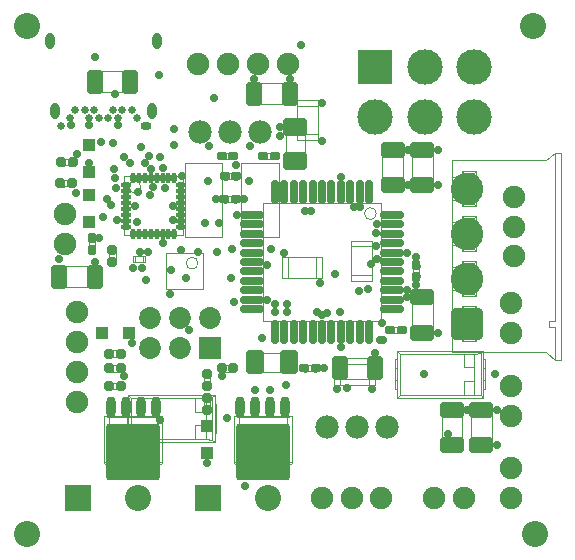
<source format=gts>
G04 Layer_Color=8388736*
%FSLAX44Y44*%
%MOMM*%
G71*
G01*
G75*
%ADD32C,0.0500*%
%ADD33C,0.1000*%
%ADD39O,0.8000X1.4000*%
%ADD40C,0.6500*%
%ADD41O,0.9500X0.6500*%
G04:AMPARAMS|DCode=76|XSize=2.0032mm|YSize=1.3532mm|CornerRadius=0.2454mm|HoleSize=0mm|Usage=FLASHONLY|Rotation=0.000|XOffset=0mm|YOffset=0mm|HoleType=Round|Shape=RoundedRectangle|*
%AMROUNDEDRECTD76*
21,1,2.0032,0.8625,0,0,0.0*
21,1,1.5125,1.3532,0,0,0.0*
1,1,0.4907,0.7562,-0.4313*
1,1,0.4907,-0.7562,-0.4313*
1,1,0.4907,-0.7562,0.4313*
1,1,0.4907,0.7562,0.4313*
%
%ADD76ROUNDEDRECTD76*%
%ADD77O,0.9532X0.4532*%
%ADD78O,0.4532X0.9532*%
G04:AMPARAMS|DCode=79|XSize=0.8032mm|YSize=0.8032mm|CornerRadius=0.1616mm|HoleSize=0mm|Usage=FLASHONLY|Rotation=90.000|XOffset=0mm|YOffset=0mm|HoleType=Round|Shape=RoundedRectangle|*
%AMROUNDEDRECTD79*
21,1,0.8032,0.4800,0,0,90.0*
21,1,0.4800,0.8032,0,0,90.0*
1,1,0.3232,0.2400,0.2400*
1,1,0.3232,0.2400,-0.2400*
1,1,0.3232,-0.2400,-0.2400*
1,1,0.3232,-0.2400,0.2400*
%
%ADD79ROUNDEDRECTD79*%
G04:AMPARAMS|DCode=80|XSize=2.0032mm|YSize=1.3532mm|CornerRadius=0.2454mm|HoleSize=0mm|Usage=FLASHONLY|Rotation=90.000|XOffset=0mm|YOffset=0mm|HoleType=Round|Shape=RoundedRectangle|*
%AMROUNDEDRECTD80*
21,1,2.0032,0.8625,0,0,90.0*
21,1,1.5125,1.3532,0,0,90.0*
1,1,0.4907,0.4313,0.7562*
1,1,0.4907,0.4313,-0.7562*
1,1,0.4907,-0.4313,-0.7562*
1,1,0.4907,-0.4313,0.7562*
%
%ADD80ROUNDEDRECTD80*%
%ADD81R,1.1032X1.1032*%
%ADD82O,2.0532X0.7532*%
%ADD83O,0.7532X2.0532*%
G04:AMPARAMS|DCode=84|XSize=0.7032mm|YSize=0.8032mm|CornerRadius=0.1516mm|HoleSize=0mm|Usage=FLASHONLY|Rotation=180.000|XOffset=0mm|YOffset=0mm|HoleType=Round|Shape=RoundedRectangle|*
%AMROUNDEDRECTD84*
21,1,0.7032,0.5000,0,0,180.0*
21,1,0.4000,0.8032,0,0,180.0*
1,1,0.3032,-0.2000,0.2500*
1,1,0.3032,0.2000,0.2500*
1,1,0.3032,0.2000,-0.2500*
1,1,0.3032,-0.2000,-0.2500*
%
%ADD84ROUNDEDRECTD84*%
%ADD85R,1.1032X1.1032*%
G04:AMPARAMS|DCode=86|XSize=4.8032mm|YSize=4.6032mm|CornerRadius=0.3216mm|HoleSize=0mm|Usage=FLASHONLY|Rotation=270.000|XOffset=0mm|YOffset=0mm|HoleType=Round|Shape=RoundedRectangle|*
%AMROUNDEDRECTD86*
21,1,4.8032,3.9600,0,0,270.0*
21,1,4.1600,4.6032,0,0,270.0*
1,1,0.6432,-1.9800,-2.0800*
1,1,0.6432,-1.9800,2.0800*
1,1,0.6432,1.9800,2.0800*
1,1,0.6432,1.9800,-2.0800*
%
%ADD86ROUNDEDRECTD86*%
%ADD87O,0.8032X1.8032*%
G04:AMPARAMS|DCode=88|XSize=0.8032mm|YSize=0.8032mm|CornerRadius=0.1616mm|HoleSize=0mm|Usage=FLASHONLY|Rotation=180.000|XOffset=0mm|YOffset=0mm|HoleType=Round|Shape=RoundedRectangle|*
%AMROUNDEDRECTD88*
21,1,0.8032,0.4800,0,0,180.0*
21,1,0.4800,0.8032,0,0,180.0*
1,1,0.3232,-0.2400,0.2400*
1,1,0.3232,0.2400,0.2400*
1,1,0.3232,0.2400,-0.2400*
1,1,0.3232,-0.2400,-0.2400*
%
%ADD88ROUNDEDRECTD88*%
G04:AMPARAMS|DCode=89|XSize=2.0032mm|YSize=1.5032mm|CornerRadius=0.2641mm|HoleSize=0mm|Usage=FLASHONLY|Rotation=180.000|XOffset=0mm|YOffset=0mm|HoleType=Round|Shape=RoundedRectangle|*
%AMROUNDEDRECTD89*
21,1,2.0032,0.9750,0,0,180.0*
21,1,1.4750,1.5032,0,0,180.0*
1,1,0.5282,-0.7375,0.4875*
1,1,0.5282,0.7375,0.4875*
1,1,0.5282,0.7375,-0.4875*
1,1,0.5282,-0.7375,-0.4875*
%
%ADD89ROUNDEDRECTD89*%
G04:AMPARAMS|DCode=90|XSize=0.7032mm|YSize=0.8032mm|CornerRadius=0.1516mm|HoleSize=0mm|Usage=FLASHONLY|Rotation=270.000|XOffset=0mm|YOffset=0mm|HoleType=Round|Shape=RoundedRectangle|*
%AMROUNDEDRECTD90*
21,1,0.7032,0.5000,0,0,270.0*
21,1,0.4000,0.8032,0,0,270.0*
1,1,0.3032,-0.2500,-0.2000*
1,1,0.3032,-0.2500,0.2000*
1,1,0.3032,0.2500,0.2000*
1,1,0.3032,0.2500,-0.2000*
%
%ADD90ROUNDEDRECTD90*%
G04:AMPARAMS|DCode=91|XSize=2.0032mm|YSize=1.5032mm|CornerRadius=0.2641mm|HoleSize=0mm|Usage=FLASHONLY|Rotation=270.000|XOffset=0mm|YOffset=0mm|HoleType=Round|Shape=RoundedRectangle|*
%AMROUNDEDRECTD91*
21,1,2.0032,0.9750,0,0,270.0*
21,1,1.4750,1.5032,0,0,270.0*
1,1,0.5282,-0.4875,-0.7375*
1,1,0.5282,-0.4875,0.7375*
1,1,0.5282,0.4875,0.7375*
1,1,0.5282,0.4875,-0.7375*
%
%ADD91ROUNDEDRECTD91*%
%ADD92C,1.9812*%
%ADD93C,1.9032*%
%ADD94C,2.7432*%
G04:AMPARAMS|DCode=95|XSize=2.7432mm|YSize=2.7432mm|CornerRadius=0.4191mm|HoleSize=0mm|Usage=FLASHONLY|Rotation=0.000|XOffset=0mm|YOffset=0mm|HoleType=Round|Shape=RoundedRectangle|*
%AMROUNDEDRECTD95*
21,1,2.7432,1.9050,0,0,0.0*
21,1,1.9050,2.7432,0,0,0.0*
1,1,0.8382,0.9525,-0.9525*
1,1,0.8382,-0.9525,-0.9525*
1,1,0.8382,-0.9525,0.9525*
1,1,0.8382,0.9525,0.9525*
%
%ADD95ROUNDEDRECTD95*%
%ADD96C,2.2032*%
%ADD97C,1.8542*%
%ADD98R,1.8542X1.8542*%
%ADD99C,2.2032*%
%ADD100R,2.2032X2.2032*%
%ADD101R,3.0032X3.0032*%
%ADD102C,3.0032*%
%ADD103C,0.7112*%
D32*
X610500Y1084450D02*
G03*
X608400Y1086550I-2100J0D01*
G01*
Y1063450D02*
G03*
X610500Y1065550I0J2100D01*
G01*
Y1122550D02*
G03*
X608400Y1124650I-2100J0D01*
G01*
X610500Y1008250D02*
G03*
X608400Y1010350I-2100J0D01*
G01*
X610500Y1046350D02*
G03*
X608400Y1048450I-2100J0D01*
G01*
Y1101550D02*
G03*
X610500Y1103650I0J2100D01*
G01*
X608400Y1139650D02*
G03*
X610500Y1141750I0J2100D01*
G01*
X608400Y1025350D02*
G03*
X610500Y1027450I0J2100D01*
G01*
X458377Y920000D02*
G03*
X458377Y920000I-3377J0D01*
G01*
X348377D02*
G03*
X348377Y920000I-3377J0D01*
G01*
X457000Y901000D02*
Y919000D01*
X452000Y901000D02*
Y919000D01*
X457000D01*
X452000Y901000D02*
X457000D01*
X423000D02*
Y919000D01*
X428000Y901000D02*
Y919000D01*
X423000D02*
X428000D01*
X423000Y901000D02*
X428000D01*
Y918800D02*
X452000D01*
X428000Y901200D02*
X452000D01*
X552000Y962500D02*
X553500D01*
X552000Y970000D02*
X553500D01*
X626500Y962500D02*
X628000D01*
X626500Y970000D02*
X628000D01*
X552000Y962500D02*
Y987500D01*
X553500D01*
X552000Y980000D02*
X553500D01*
X628000Y962500D02*
Y987500D01*
X626500D02*
X628000D01*
X626500Y980000D02*
X628000D01*
X626700Y970000D02*
Y980000D01*
X553300Y970000D02*
Y980000D01*
X553500Y994750D02*
X555990Y992260D01*
X553500Y955250D02*
Y994750D01*
Y955250D02*
X555990Y957739D01*
Y992260D01*
X610010Y992267D02*
X619068D01*
X624706Y992956D01*
X626500Y994750D01*
X553500D02*
X626500D01*
X555990Y992260D02*
X610010Y992267D01*
Y980753D02*
Y992267D01*
X555990Y957739D02*
X610010Y957732D01*
X553500Y955250D02*
X626500D01*
X624706Y957044D02*
X626500Y955250D01*
X619068Y957732D02*
X624706Y957044D01*
X610010Y957732D02*
X619068D01*
X610010D02*
Y969247D01*
X619011D02*
Y980753D01*
X610010Y969247D02*
X619068D01*
X610010Y980753D02*
X619068D01*
Y957732D02*
Y969247D01*
X624706Y957044D02*
Y992956D01*
X619068Y980753D02*
Y992267D01*
X626500Y955250D02*
Y994750D01*
X618500Y1119150D02*
Y1145150D01*
X600500Y1025350D02*
X608400D01*
X600500Y1063450D02*
X608400D01*
X610500Y1119150D02*
X618500D01*
X620600Y1117050D01*
X600500Y1124650D02*
X608400D01*
X610500Y1107050D02*
X618500D01*
X610500Y1103650D02*
Y1107050D01*
X608400Y1109150D02*
X610500Y1107050D01*
Y1004850D02*
X618500D01*
X600500Y1101550D02*
X608400D01*
X610500Y1042950D02*
X618500D01*
X600500Y1010350D02*
X608400D01*
X600500Y1139650D02*
X608400D01*
X618500Y1004850D02*
Y1030850D01*
Y1004850D02*
X620600Y1002750D01*
X618500Y1081050D02*
Y1107050D01*
X620600Y1109150D01*
X610500Y1030850D02*
X618500D01*
X620600Y1032950D01*
X610500Y1027450D02*
Y1030850D01*
X608400Y1032950D02*
X610500Y1030850D01*
Y1119150D02*
Y1122550D01*
X608400Y1117050D02*
X610500Y1119150D01*
X618500Y1042950D02*
Y1068950D01*
Y1042950D02*
X620600Y1040850D01*
X600500Y1048450D02*
X608400D01*
X610500Y1004850D02*
Y1008250D01*
X608400Y1002750D02*
X610500Y1004850D01*
Y1141750D02*
Y1145150D01*
X600500Y1086550D02*
X608400D01*
X610500Y1042950D02*
Y1046350D01*
X608400Y1040850D02*
X610500Y1042950D01*
Y1081050D02*
Y1084450D01*
Y1081050D02*
X618500D01*
X608400Y1078950D02*
X610500Y1081050D01*
X618500D02*
X620600Y1078950D01*
X610500Y1068950D02*
X618500D01*
X620600Y1071050D01*
X610500Y1065550D02*
Y1068950D01*
X608400Y1071050D02*
X610500Y1068950D01*
X608400Y1002750D02*
X620600D01*
X600500Y993750D02*
Y1156250D01*
Y993750D02*
X679500D01*
X687500Y987350D01*
X679500Y1156250D02*
X687500Y1162650D01*
X600500Y1156250D02*
X679500D01*
X620600Y1117050D02*
Y1147250D01*
X608400Y1117050D02*
X620600D01*
X608400Y1109150D02*
X620600D01*
Y1078950D02*
Y1109150D01*
X608400Y1078950D02*
X620600D01*
X608400Y1071050D02*
X620600D01*
Y1040850D02*
Y1071050D01*
X608400Y1040850D02*
X620600D01*
X608400Y1032950D02*
X620600D01*
Y1002750D02*
Y1032950D01*
X610500Y1145150D02*
X618500D01*
X620600Y1147250D01*
X608400D02*
X620600D01*
X608400D02*
X610500Y1145150D01*
X608400Y1078950D02*
Y1086550D01*
X600500Y1084450D02*
X610500D01*
X600500Y1065550D02*
X610500D01*
X608400Y1063450D02*
Y1071050D01*
Y1117050D02*
Y1124650D01*
X600500Y1122550D02*
X610500D01*
X608400Y1002750D02*
Y1010350D01*
X600500Y1008250D02*
X610500D01*
X608400Y1040850D02*
Y1048450D01*
X600500Y1046350D02*
X610500D01*
X600500Y1103650D02*
X610500D01*
X608400Y1101550D02*
Y1109150D01*
X600500Y1141750D02*
X610500D01*
X608400Y1139650D02*
Y1147250D01*
X600500Y1027450D02*
X610500D01*
X608400Y1025350D02*
Y1032950D01*
X692500Y987350D02*
Y1162650D01*
X687500Y1020350D02*
Y1162650D01*
X692500D01*
X682500Y1015350D02*
Y1020350D01*
Y1015350D02*
X687500D01*
Y987350D02*
Y1015350D01*
Y987350D02*
X692500D01*
X682500Y1020350D02*
X687500D01*
X566000Y1133000D02*
X584000D01*
X566000Y1138000D02*
X584000D01*
X566000Y1133000D02*
Y1138000D01*
X584000Y1133000D02*
Y1138000D01*
X566000Y1167000D02*
X584000D01*
X566000Y1162000D02*
X584000D01*
X566000D02*
Y1167000D01*
X584000Y1162000D02*
Y1167000D01*
X566200Y1138000D02*
Y1162000D01*
X583801Y1138000D02*
Y1162000D01*
X317250Y995250D02*
X320250D01*
Y989750D02*
Y995250D01*
X317250Y989750D02*
Y995250D01*
Y989750D02*
X320250D01*
X309750Y995250D02*
X312750D01*
Y989750D02*
Y995250D01*
X309750Y989750D02*
X312750D01*
X309750D02*
Y995250D01*
X312750Y989760D02*
X317250D01*
X312750D02*
X317250Y989765D01*
X312750Y995236D02*
X317250Y995240D01*
X312750Y995236D02*
X317250Y995240D01*
X537000Y971000D02*
Y989000D01*
X532000Y971000D02*
Y989000D01*
Y971000D02*
X537000D01*
X532000Y989000D02*
X537000D01*
X503000Y971000D02*
Y989000D01*
X508000Y971000D02*
Y989000D01*
X503000Y971000D02*
X508000D01*
X503000Y989000D02*
X508000D01*
Y971200D02*
X532000D01*
X508000Y988800D02*
X532000D01*
X514240Y1054118D02*
X532240D01*
X514240Y1059118D02*
X532240D01*
Y1054118D02*
Y1059118D01*
X514240Y1054118D02*
Y1059118D01*
Y1088118D02*
X532240D01*
X514240Y1083118D02*
X532240D01*
Y1088118D01*
X514240Y1083118D02*
Y1088118D01*
X532040Y1059118D02*
Y1083118D01*
X514440Y1059118D02*
Y1083118D01*
X468500Y1207000D02*
X486500D01*
X468500Y1202000D02*
X486500D01*
X468500D02*
Y1207000D01*
X486500Y1202000D02*
Y1207000D01*
X468500Y1173000D02*
X486500D01*
X468500Y1178000D02*
X486500D01*
X468500Y1173000D02*
Y1178000D01*
X486500Y1173000D02*
Y1178000D01*
X468700D02*
Y1202000D01*
X486300Y1178000D02*
Y1202000D01*
X329750Y1069750D02*
Y1075250D01*
X331750Y1069750D02*
Y1075250D01*
X329750Y1069750D02*
X331750D01*
X329750Y1075250D02*
X331750D01*
X338250Y1069750D02*
X340250D01*
X338250Y1075250D02*
X340250D01*
Y1069750D02*
Y1075250D01*
X338250Y1069750D02*
Y1075250D01*
X331750Y1069950D02*
X338250D01*
X331750Y1075050D02*
X338250D01*
X292250Y1090250D02*
X297750D01*
X292250Y1088250D02*
X297750D01*
Y1090250D01*
X292250Y1088250D02*
Y1090250D01*
X297750Y1079750D02*
Y1081750D01*
X292250Y1079750D02*
Y1081750D01*
Y1079750D02*
X297750D01*
X292250Y1081750D02*
X297750D01*
X297550D02*
Y1088250D01*
X292451Y1081750D02*
Y1088250D01*
X500500Y966000D02*
Y984000D01*
X505500Y966000D02*
Y984000D01*
X500500Y966000D02*
X505500D01*
X500500Y984000D02*
X505500D01*
X534500Y966000D02*
Y984000D01*
X529500Y966000D02*
Y984000D01*
Y966000D02*
X534500D01*
X529500Y984000D02*
X534500D01*
X505500Y966200D02*
X529500D01*
X505500Y983800D02*
X529500D01*
X271562Y1157165D02*
X276062Y1157170D01*
X271562Y1157165D02*
X276062Y1157170D01*
X271562Y1151690D02*
X276062Y1151695D01*
X271562Y1151690D02*
X276062D01*
X268562Y1151680D02*
Y1157180D01*
Y1151680D02*
X271562D01*
Y1157180D01*
X268562D02*
X271562D01*
X276062Y1151680D02*
X279062D01*
X276062D02*
Y1157180D01*
X279062Y1151680D02*
Y1157180D01*
X276062D02*
X279062D01*
X430500Y1203500D02*
Y1221500D01*
X435500Y1203500D02*
Y1221500D01*
X430500D02*
X435500D01*
X430500Y1203500D02*
X435500D01*
X464500D02*
Y1221500D01*
X459500Y1203500D02*
Y1221500D01*
X464500D01*
X459500Y1203500D02*
X464500D01*
X435500Y1221300D02*
X459500D01*
X435500Y1203700D02*
X459500D01*
X460031Y901425D02*
Y938575D01*
X464500Y939372D01*
Y900075D02*
Y939500D01*
X460031Y901425D02*
X464500Y900628D01*
X415500Y900075D02*
X416425Y899150D01*
X415500Y900075D02*
Y939500D01*
Y900628D02*
X419969Y901425D01*
X460031D01*
X463575Y899150D02*
X464500Y900075D01*
X454000Y899150D02*
X463575D01*
X446000Y899724D02*
X454000D01*
X434000Y899150D02*
X446000D01*
X426000Y899724D02*
X434000D01*
X416425Y899150D02*
X426000D01*
X415500Y939372D02*
X419969Y938575D01*
Y901425D02*
Y938575D01*
X415500Y939500D02*
X464500D01*
X419969Y938575D02*
X460031D01*
X418850Y942166D02*
X423050D01*
X418850Y945064D02*
X423050D01*
Y939500D02*
Y950000D01*
X418850Y939500D02*
Y950000D01*
X431550Y942166D02*
X435750D01*
X431550Y939500D02*
Y950000D01*
Y945064D02*
X435750D01*
Y939500D02*
Y950000D01*
X444250Y942166D02*
X448450D01*
X444250Y945064D02*
X448450D01*
X444250Y939500D02*
Y950000D01*
X448450Y939500D02*
Y950000D01*
X456950Y942166D02*
X461150D01*
X456950Y945064D02*
X461150D01*
Y939500D02*
Y950000D01*
X456950Y939500D02*
Y950000D01*
X418850Y945432D02*
X423050D01*
X431550D02*
X435750D01*
X444250D02*
X448450D01*
X456950D02*
X461150D01*
X418850Y946311D02*
X423050D01*
X431550D02*
X435750D01*
X444250D02*
X448450D01*
X456950D02*
X461150D01*
X434000Y899000D02*
Y899724D01*
Y899000D02*
X446000D01*
Y899724D01*
X454000Y897000D02*
Y899724D01*
Y897000D02*
X461000D01*
Y894500D02*
Y897000D01*
X456500Y890000D02*
X461000Y894500D01*
X423500Y890000D02*
X456500D01*
X419000Y894500D02*
X423500Y890000D01*
X419000Y894500D02*
Y897000D01*
X426000D02*
Y899724D01*
X419000Y897000D02*
X426000D01*
X418850Y950000D02*
X423050D01*
X431550D02*
X435750D01*
X444250D02*
X448450D01*
X456950D02*
X461150D01*
X350031Y901425D02*
Y938575D01*
X354500Y939372D01*
Y900075D02*
Y939500D01*
X350031Y901425D02*
X354500Y900628D01*
X305500Y900075D02*
X306425Y899150D01*
X305500Y900075D02*
Y939500D01*
Y900628D02*
X309969Y901425D01*
X350031D01*
X353576Y899150D02*
X354500Y900075D01*
X344000Y899150D02*
X353576D01*
X336000Y899724D02*
X344000D01*
X324000Y899150D02*
X336000D01*
X316000Y899724D02*
X324000D01*
X306425Y899150D02*
X316000D01*
X305500Y939372D02*
X309969Y938575D01*
Y901425D02*
Y938575D01*
X305500Y939500D02*
X354500D01*
X309969Y938575D02*
X350031D01*
X308850Y942166D02*
X313050D01*
X308850Y945064D02*
X313050D01*
Y939500D02*
Y950000D01*
X308850Y939500D02*
Y950000D01*
X321550Y942166D02*
X325750D01*
X321550Y939500D02*
Y950000D01*
Y945064D02*
X325750D01*
Y939500D02*
Y950000D01*
X334250Y942166D02*
X338450D01*
X334250Y945064D02*
X338450D01*
X334250Y939500D02*
Y950000D01*
X338450Y939500D02*
Y950000D01*
X346950Y942166D02*
X351150D01*
X346950Y945064D02*
X351150D01*
Y939500D02*
Y950000D01*
X346950Y939500D02*
Y950000D01*
X308850Y945432D02*
X313050D01*
X321550D02*
X325750D01*
X334250D02*
X338450D01*
X346950D02*
X351150D01*
X308850Y946311D02*
X313050D01*
X321550D02*
X325750D01*
X334250D02*
X338450D01*
X346950D02*
X351150D01*
X324000Y899000D02*
Y899724D01*
Y899000D02*
X336000D01*
Y899724D01*
X344000Y897000D02*
Y899724D01*
Y897000D02*
X351000D01*
Y894500D02*
Y897000D01*
X346500Y890000D02*
X351000Y894500D01*
X313500Y890000D02*
X346500D01*
X309000Y894500D02*
X313500Y890000D01*
X309000Y894500D02*
Y897000D01*
X316000D02*
Y899724D01*
X309000Y897000D02*
X316000D01*
X308850Y950000D02*
X313050D01*
X321550D02*
X325750D01*
X334250D02*
X338450D01*
X346950D02*
X351150D01*
X616000Y947000D02*
X634000D01*
X616000Y942000D02*
X634000D01*
Y947000D01*
X616000Y942000D02*
Y947000D01*
Y913000D02*
X634000D01*
X616000Y918000D02*
X634000D01*
Y913000D02*
Y918000D01*
X616000Y913000D02*
Y918000D01*
X633800D02*
Y942000D01*
X616200Y918000D02*
Y942000D01*
X591000Y947000D02*
X609000D01*
X591000Y942000D02*
X609000D01*
Y947000D01*
X591000Y942000D02*
Y947000D01*
Y913000D02*
X609000D01*
X591000Y918000D02*
X609000D01*
Y913000D02*
Y918000D01*
X591000Y913000D02*
Y918000D01*
X608800D02*
Y942000D01*
X591200Y918000D02*
Y942000D01*
X295500Y1213500D02*
Y1231500D01*
X300500Y1213500D02*
Y1231500D01*
X295500D02*
X300500D01*
X295500Y1213500D02*
X300500D01*
X329500D02*
Y1231500D01*
X324500Y1213500D02*
Y1231500D01*
X329500D01*
X324500Y1213500D02*
X329500D01*
X300500Y1231300D02*
X324500D01*
X300500Y1213700D02*
X324500D01*
X541000Y1167000D02*
X559000D01*
X541000Y1162000D02*
X559000D01*
Y1167000D01*
X541000Y1162000D02*
Y1167000D01*
Y1133000D02*
X559000D01*
X541000Y1138000D02*
X559000D01*
Y1133000D02*
Y1138000D01*
X541000Y1133000D02*
Y1138000D01*
X558800D02*
Y1162000D01*
X541200Y1138000D02*
Y1162000D01*
X271308Y1139385D02*
X275808Y1139390D01*
X271308Y1139385D02*
X275808Y1139390D01*
X271308Y1133910D02*
X275808Y1133915D01*
X271308Y1133910D02*
X275808D01*
X268308Y1133900D02*
Y1139400D01*
Y1133900D02*
X271308D01*
Y1139400D01*
X268308D02*
X271308D01*
X275808Y1133900D02*
X278808D01*
X275808D02*
Y1139400D01*
X278808Y1133900D02*
Y1139400D01*
X275808D02*
X278808D01*
X389750Y972250D02*
Y975250D01*
X395250D01*
X389750Y972250D02*
X395250D01*
Y975250D01*
X389750Y964750D02*
Y967750D01*
X395250D01*
Y964750D02*
Y967750D01*
X389750Y964750D02*
X395250D01*
X395240Y967750D02*
Y972250D01*
X395235D02*
X395240Y967750D01*
X389760Y972250D02*
X389765Y967750D01*
X389760Y972250D02*
X389765Y967750D01*
X404750Y977250D02*
X407750D01*
X404750D02*
Y982750D01*
X407750Y977250D02*
Y982750D01*
X404750D02*
X407750D01*
X412250Y977250D02*
X415250D01*
X412250D02*
Y982750D01*
X415250D01*
Y977250D02*
Y982750D01*
X407750Y982740D02*
X412250D01*
X407750Y982735D02*
X412250Y982740D01*
X407750Y977260D02*
X412250Y977265D01*
X407750Y977260D02*
X412250Y977265D01*
X395250Y944750D02*
Y947750D01*
X389750Y944750D02*
X395250D01*
X389750Y947750D02*
X395250D01*
X389750Y944750D02*
Y947750D01*
X395250Y952250D02*
Y955250D01*
X389750Y952250D02*
X395250D01*
X389750D02*
Y955250D01*
X395250D01*
X389760Y947750D02*
Y952250D01*
X389765Y947750D01*
X395235Y952250D02*
X395240Y947750D01*
X395235Y952250D02*
X395240Y947750D01*
X459260Y1180251D02*
X459264Y1159750D01*
X459260Y1180251D02*
X459264Y1159750D01*
X475735Y1180251D02*
X475740Y1159750D01*
Y1180251D01*
X459250Y1153750D02*
X475750D01*
Y1159750D01*
X459250D02*
X475750D01*
X459250Y1153750D02*
Y1159750D01*
X475750Y1180251D02*
Y1186251D01*
X459250Y1180251D02*
X475750D01*
X459250Y1186251D02*
X475750D01*
X459250Y1180251D02*
Y1186251D01*
X317250Y982750D02*
X320250D01*
Y977250D02*
Y982750D01*
X317250Y977250D02*
Y982750D01*
Y977250D02*
X320250D01*
X309750Y982750D02*
X312750D01*
Y977250D02*
Y982750D01*
X309750Y977250D02*
X312750D01*
X309750D02*
Y982750D01*
X312750Y977260D02*
X317250D01*
X312750D02*
X317250Y977265D01*
X312750Y982735D02*
X317250Y982740D01*
X312750Y982735D02*
X317250Y982740D01*
X309750Y962250D02*
X312750D01*
X309750D02*
Y967750D01*
X312750Y962250D02*
Y967750D01*
X309750D02*
X312750D01*
X317250Y962250D02*
X320250D01*
X317250D02*
Y967750D01*
X320250D01*
Y962250D02*
Y967750D01*
X312750Y967740D02*
X317250D01*
X312750Y967735D02*
X317250Y967740D01*
X312750Y962260D02*
X317250Y962265D01*
X312750Y962260D02*
X317250Y962265D01*
X474750Y977250D02*
Y982750D01*
X476750Y977250D02*
Y982750D01*
X474750D02*
X476750D01*
X474750Y977250D02*
X476750D01*
X483250Y982750D02*
X485250D01*
X483250Y977250D02*
X485250D01*
Y982750D01*
X483250Y977250D02*
Y982750D01*
X476750Y982550D02*
X483250D01*
X476750Y977450D02*
X483250D01*
X567250Y1067750D02*
X572750D01*
X567250Y1065750D02*
X572750D01*
Y1067750D01*
X567250Y1065750D02*
Y1067750D01*
X572750Y1057250D02*
Y1059250D01*
X567250Y1057250D02*
Y1059250D01*
Y1057250D02*
X572750D01*
X567250Y1059250D02*
X572750D01*
X572550D02*
Y1065750D01*
X567450Y1059250D02*
Y1065750D01*
X450249Y1157250D02*
Y1162750D01*
X448250Y1157250D02*
Y1162750D01*
Y1157250D02*
X450249D01*
X448250Y1162750D02*
X450249D01*
X439750Y1157250D02*
X441750D01*
X439750Y1162750D02*
X441750D01*
X439750Y1157250D02*
Y1162750D01*
X441750Y1157250D02*
Y1162750D01*
Y1157450D02*
X448250D01*
X441750Y1162550D02*
X448250D01*
X437250Y976760D02*
X457750Y976765D01*
X437250Y976760D02*
X457750Y976765D01*
X437250Y993235D02*
X457750Y993240D01*
X437250D02*
X457750D01*
X463750Y976750D02*
Y993250D01*
X457750D02*
X463750D01*
X457750Y976750D02*
Y993250D01*
Y976750D02*
X463750D01*
X431250Y993250D02*
X437250D01*
Y976750D02*
Y993250D01*
X431250Y976750D02*
Y993250D01*
Y976750D02*
X437250D01*
X404750Y1157250D02*
Y1162750D01*
X406750Y1157250D02*
Y1162750D01*
X404750D02*
X406750D01*
X404750Y1157250D02*
X406750D01*
X413250Y1162750D02*
X415250D01*
X413250Y1157250D02*
X415250D01*
Y1162750D01*
X413250Y1157250D02*
Y1162750D01*
X406750Y1162550D02*
X413250D01*
X406750Y1157450D02*
X413250D01*
X407250Y1139750D02*
Y1145250D01*
X409250Y1139750D02*
Y1145250D01*
X407250D02*
X409250D01*
X407250Y1139750D02*
X409250D01*
X415750Y1145250D02*
X417750D01*
X415750Y1139750D02*
X417750D01*
Y1145250D01*
X415750Y1139750D02*
Y1145250D01*
X409250Y1145050D02*
X415750D01*
X409250Y1139950D02*
X415750D01*
X406992Y1120184D02*
Y1125684D01*
X408992Y1120184D02*
Y1125684D01*
X406992D02*
X408992D01*
X406992Y1120184D02*
X408992D01*
X415492Y1125684D02*
X417492D01*
X415492Y1120184D02*
X417492D01*
Y1125684D01*
X415492Y1120184D02*
Y1125684D01*
X408992Y1125484D02*
X415492D01*
X408992Y1120384D02*
X415492D01*
X309760Y1077250D02*
X309765Y1072750D01*
X309760Y1077250D02*
X309765Y1072750D01*
X315235Y1077250D02*
X315240Y1072750D01*
Y1077250D01*
X309749Y1069750D02*
X315250D01*
Y1072750D01*
X309749D02*
X315250D01*
X309749Y1069750D02*
Y1072750D01*
X315250Y1077250D02*
Y1080250D01*
X309749Y1077250D02*
X315250D01*
X309749Y1080250D02*
X315250D01*
X309749Y1077250D02*
Y1080250D01*
X547250Y1009750D02*
Y1015250D01*
X549250Y1009750D02*
Y1015250D01*
X547250D02*
X549250D01*
X547250Y1009750D02*
X549250D01*
X555751Y1015250D02*
X557751D01*
X555751Y1009750D02*
X557751D01*
Y1015250D01*
X555751Y1009750D02*
Y1015250D01*
X549250Y1015050D02*
X555751D01*
X549250Y1009950D02*
X555751D01*
X324500Y925000D02*
X326000D01*
X324500Y932500D02*
X326000D01*
X399000Y925000D02*
X400500D01*
X399000Y932500D02*
X400500D01*
X324500Y925000D02*
Y950000D01*
X326000D01*
X324500Y942500D02*
X326000D01*
X400500Y925000D02*
Y950000D01*
X399000D02*
X400500D01*
X399000Y942500D02*
X400500D01*
X399200Y932500D02*
Y942500D01*
X325800Y932500D02*
Y942500D01*
X326000Y957250D02*
X328490Y954761D01*
X326000Y917750D02*
Y957250D01*
Y917750D02*
X328490Y920239D01*
Y954761D01*
X382510Y954768D02*
X391568D01*
X397206Y955457D01*
X399000Y957250D01*
X326000D02*
X399000D01*
X328490Y954761D02*
X382510Y954768D01*
Y943253D02*
Y954768D01*
X328490Y920239D02*
X382510Y920232D01*
X326000Y917750D02*
X399000D01*
X397206Y919544D02*
X399000Y917750D01*
X391568Y920232D02*
X397206Y919544D01*
X382510Y920232D02*
X391568D01*
X382510D02*
Y931747D01*
X391511D02*
Y943253D01*
X382510Y931747D02*
X391568D01*
X382510Y943253D02*
X391568D01*
Y920232D02*
Y931747D01*
X397206Y919544D02*
Y955457D01*
X391568Y943253D02*
Y954768D01*
X399000Y917750D02*
Y957250D01*
X566000Y1008000D02*
X584000D01*
X566000Y1013000D02*
X584000D01*
X566000Y1008000D02*
Y1013000D01*
X584000Y1008000D02*
Y1013000D01*
X566000Y1042001D02*
X584000D01*
X566000Y1037000D02*
X584000D01*
X566000D02*
Y1042001D01*
X584000Y1037000D02*
Y1042001D01*
X566200Y1013000D02*
Y1037000D01*
X583800Y1013000D02*
Y1037000D01*
X489948Y1056276D02*
Y1074276D01*
X484948Y1056276D02*
Y1074276D01*
X489948D01*
X484948Y1056276D02*
X489948D01*
X455947D02*
Y1074276D01*
X460947Y1056276D02*
Y1074276D01*
X455947D02*
X460947D01*
X455947Y1056276D02*
X460947D01*
Y1074076D02*
X484948D01*
X460947Y1056476D02*
X484948D01*
X265500Y1048500D02*
Y1066500D01*
X270500Y1048500D02*
Y1066500D01*
X265500D02*
X270500D01*
X265500Y1048500D02*
X270500D01*
X299500D02*
Y1066500D01*
X294500Y1048500D02*
Y1066500D01*
X299500D01*
X294500Y1048500D02*
X299500D01*
X270500Y1066300D02*
X294500D01*
X270500Y1048700D02*
X294500D01*
D33*
X336500Y1133500D02*
G03*
X336500Y1133500I-5000J0D01*
G01*
X536000Y1111000D02*
G03*
X536000Y1111000I-5000J0D01*
G01*
X385000Y1069000D02*
G03*
X385000Y1069000I-5000J0D01*
G01*
X421750Y1091000D02*
Y1154000D01*
X453250Y1091000D02*
Y1154000D01*
X421750D02*
X453250D01*
X421750Y1091000D02*
X453250D01*
X374250Y1091000D02*
Y1154000D01*
X405750Y1091000D02*
Y1154000D01*
X374250D02*
X405750D01*
X374250Y1091000D02*
X405750D01*
X322500Y1092500D02*
Y1142500D01*
X372500Y1092500D02*
Y1142500D01*
X322500D02*
X372500D01*
X322500Y1092500D02*
X372500D01*
X440000Y1020000D02*
Y1120000D01*
X540000Y1020000D02*
Y1120000D01*
X440000Y1020000D02*
X540000D01*
X440000Y1120000D02*
X540000D01*
X358000Y1047000D02*
X389000D01*
X358000Y1078000D02*
X389000D01*
X358000Y1047000D02*
Y1078000D01*
X389000Y1047000D02*
Y1078000D01*
D39*
X349900Y1257000D02*
D03*
X260100D02*
D03*
X346300Y1197500D02*
D03*
X263700D02*
D03*
D40*
X277000Y1191500D02*
D03*
X333000D02*
D03*
X281000Y1198500D02*
D03*
X329000D02*
D03*
X321000D02*
D03*
X289000D02*
D03*
X297000D02*
D03*
X313000D02*
D03*
X293000Y1191500D02*
D03*
X317000D02*
D03*
X309000D02*
D03*
X301000D02*
D03*
X269000Y1185000D02*
D03*
D41*
X341000D02*
D03*
D76*
X575001Y1135000D02*
D03*
Y1165000D02*
D03*
X625000Y945000D02*
D03*
Y915000D02*
D03*
X600000Y945000D02*
D03*
Y915000D02*
D03*
X550000Y1165000D02*
D03*
Y1135000D02*
D03*
X575000Y1010000D02*
D03*
Y1040001D02*
D03*
D77*
X324000Y1135000D02*
D03*
Y1130000D02*
D03*
Y1125000D02*
D03*
Y1120000D02*
D03*
Y1115000D02*
D03*
Y1110000D02*
D03*
Y1105000D02*
D03*
Y1100000D02*
D03*
X371000D02*
D03*
Y1105000D02*
D03*
Y1110000D02*
D03*
Y1115000D02*
D03*
Y1120000D02*
D03*
Y1125000D02*
D03*
Y1130000D02*
D03*
Y1135000D02*
D03*
D78*
X330000Y1094000D02*
D03*
X335000D02*
D03*
X340000D02*
D03*
X345000D02*
D03*
X350000D02*
D03*
X355000D02*
D03*
X360000D02*
D03*
X365000D02*
D03*
Y1141000D02*
D03*
X360000D02*
D03*
X355000D02*
D03*
X350000D02*
D03*
X345000D02*
D03*
X340000D02*
D03*
X335000D02*
D03*
X330000D02*
D03*
D79*
X320000Y992500D02*
D03*
X310000D02*
D03*
X268812Y1154430D02*
D03*
X278812D02*
D03*
X268558Y1136650D02*
D03*
X278558D02*
D03*
X405000Y980000D02*
D03*
X415000D02*
D03*
X320000D02*
D03*
X310000D02*
D03*
X310000Y965000D02*
D03*
X320000D02*
D03*
D80*
X535000Y980000D02*
D03*
X505000D02*
D03*
X432500Y1212500D02*
D03*
X462500D02*
D03*
X297500Y1222500D02*
D03*
X327500D02*
D03*
X267500Y1057499D02*
D03*
X297500D02*
D03*
D81*
X392500Y931500D02*
D03*
Y908500D02*
D03*
X292500Y1146000D02*
D03*
Y1169000D02*
D03*
X292500Y1103500D02*
D03*
Y1126500D02*
D03*
D82*
X549250Y1110000D02*
D03*
Y1102000D02*
D03*
Y1094000D02*
D03*
Y1086000D02*
D03*
Y1078000D02*
D03*
Y1070000D02*
D03*
Y1062000D02*
D03*
Y1054000D02*
D03*
Y1046000D02*
D03*
Y1038000D02*
D03*
Y1030000D02*
D03*
X430750D02*
D03*
Y1038000D02*
D03*
Y1046000D02*
D03*
Y1054000D02*
D03*
Y1062000D02*
D03*
Y1070000D02*
D03*
Y1078000D02*
D03*
Y1086000D02*
D03*
Y1094000D02*
D03*
Y1102000D02*
D03*
Y1110000D02*
D03*
D83*
X530000Y1010750D02*
D03*
X522000D02*
D03*
X514000D02*
D03*
X506000D02*
D03*
X498000D02*
D03*
X490000D02*
D03*
X482000D02*
D03*
X474000D02*
D03*
X466000D02*
D03*
X458000D02*
D03*
X450000D02*
D03*
Y1129250D02*
D03*
X458000D02*
D03*
X466000D02*
D03*
X474000D02*
D03*
X482000D02*
D03*
X490000D02*
D03*
X498000D02*
D03*
X506000D02*
D03*
X514000D02*
D03*
X522000D02*
D03*
X530000D02*
D03*
D84*
X295000Y1090000D02*
D03*
Y1080000D02*
D03*
X570000Y1067500D02*
D03*
Y1057500D02*
D03*
D85*
X303500Y1010000D02*
D03*
X326500D02*
D03*
D86*
X440000Y909000D02*
D03*
X330000D02*
D03*
D87*
X420950Y947000D02*
D03*
X433650D02*
D03*
X446350D02*
D03*
X459050D02*
D03*
X310950D02*
D03*
X323650D02*
D03*
X336350D02*
D03*
X349050D02*
D03*
D88*
X392500Y975000D02*
D03*
Y965000D02*
D03*
Y945000D02*
D03*
Y955000D02*
D03*
X312500Y1070000D02*
D03*
Y1080000D02*
D03*
D89*
X467500Y1184501D02*
D03*
Y1155500D02*
D03*
D90*
X475000Y980000D02*
D03*
X485000D02*
D03*
X450000Y1160000D02*
D03*
X440000D02*
D03*
X405000Y1160000D02*
D03*
X415000D02*
D03*
X407500Y1142500D02*
D03*
X417500D02*
D03*
X407242Y1122934D02*
D03*
X417242D02*
D03*
X547500Y1012500D02*
D03*
X557500D02*
D03*
D91*
X433000Y985000D02*
D03*
X462000D02*
D03*
D92*
X545400Y930000D02*
D03*
X520000D02*
D03*
X494600D02*
D03*
X387101Y1180000D02*
D03*
X412501D02*
D03*
X437901D02*
D03*
D93*
X490000Y870000D02*
D03*
X515000D02*
D03*
X540000D02*
D03*
X282500Y976700D02*
D03*
Y1002100D02*
D03*
Y1027500D02*
D03*
Y951300D02*
D03*
X650000Y870000D02*
D03*
Y895400D02*
D03*
X610000Y870000D02*
D03*
X584600D02*
D03*
X652500Y1075000D02*
D03*
Y1100000D02*
D03*
Y1125000D02*
D03*
X650000Y1010000D02*
D03*
Y1035400D02*
D03*
Y940000D02*
D03*
Y965400D02*
D03*
X272500Y1085000D02*
D03*
Y1110400D02*
D03*
X435800Y1237500D02*
D03*
X410400D02*
D03*
X385000D02*
D03*
X461200D02*
D03*
D94*
X612500Y1132150D02*
D03*
Y1094050D02*
D03*
Y1055950D02*
D03*
D95*
Y1017850D02*
D03*
D96*
X240000Y840000D02*
D03*
X670000D02*
D03*
X668274Y1269492D02*
D03*
X240000Y1270000D02*
D03*
D97*
X344600Y1022700D02*
D03*
Y997300D02*
D03*
X370000Y1022700D02*
D03*
Y997300D02*
D03*
X395400Y1022700D02*
D03*
D98*
Y997300D02*
D03*
D99*
X444200Y870000D02*
D03*
X334200D02*
D03*
D100*
X393400D02*
D03*
X283400D02*
D03*
D101*
X535000Y1235000D02*
D03*
D102*
X577001D02*
D03*
X619001D02*
D03*
X535000Y1192999D02*
D03*
X577001D02*
D03*
X619001D02*
D03*
D103*
X494284Y1027176D02*
D03*
X505000Y1027500D02*
D03*
X485902Y1027430D02*
D03*
X450000Y1027500D02*
D03*
X450088Y1034034D02*
D03*
X460248Y1034796D02*
D03*
X460000Y1027500D02*
D03*
X522025Y1116825D02*
D03*
X480822Y1113536D02*
D03*
X475234Y1113282D02*
D03*
X517144Y1116838D02*
D03*
X454660Y1184402D02*
D03*
X454689Y1176881D02*
D03*
X322540Y973190D02*
D03*
X529082Y1046890D02*
D03*
X490220Y1025000D02*
D03*
X540766Y1018286D02*
D03*
X329040Y1001690D02*
D03*
X361810Y1063210D02*
D03*
X330000Y1065274D02*
D03*
X490310Y1172460D02*
D03*
X352540Y1158720D02*
D03*
X314800Y1212230D02*
D03*
X536050Y1083578D02*
D03*
X538988Y1003808D02*
D03*
X391160Y1102614D02*
D03*
X402844D02*
D03*
X415290Y1036066D02*
D03*
X443810Y1067460D02*
D03*
X439166Y1005242D02*
D03*
X446808Y1081024D02*
D03*
X371856Y1142492D02*
D03*
X569976Y1050798D02*
D03*
X531368Y1068070D02*
D03*
X345080Y1149096D02*
D03*
X562356Y1078000D02*
D03*
X596646Y924560D02*
D03*
X363474Y1117346D02*
D03*
X304800Y1108202D02*
D03*
X521182Y1045464D02*
D03*
X331470Y1117346D02*
D03*
X363474Y1105662D02*
D03*
X370840Y1079754D02*
D03*
X374904Y1056640D02*
D03*
X337058Y1167130D02*
D03*
X352298Y1228344D02*
D03*
X343154Y1160018D02*
D03*
X315468Y1132332D02*
D03*
X311785Y1118235D02*
D03*
X587811Y1135000D02*
D03*
X490310Y1205000D02*
D03*
X562810Y1135000D02*
D03*
X432500Y1225310D02*
D03*
X506000Y1142310D02*
D03*
X636810Y975000D02*
D03*
X562190Y1040001D02*
D03*
X637810Y915000D02*
D03*
X562310Y1046000D02*
D03*
X428583Y1138936D02*
D03*
X317500Y1185711D02*
D03*
X292500D02*
D03*
X424052Y1122934D02*
D03*
X535000Y992810D02*
D03*
X532500Y962190D02*
D03*
X506000Y997690D02*
D03*
X491810Y980000D02*
D03*
X297500Y1070310D02*
D03*
X459304Y965691D02*
D03*
X409310Y937500D02*
D03*
X335534Y1078738D02*
D03*
X457708Y1078000D02*
D03*
X418084Y1110000D02*
D03*
X292500Y1153872D02*
D03*
X355000Y1149920D02*
D03*
X312928Y1170432D02*
D03*
X281432Y1128014D02*
D03*
X587811Y1165000D02*
D03*
X562810D02*
D03*
X462500Y1225310D02*
D03*
X536190Y1102000D02*
D03*
X570000Y1074310D02*
D03*
X637810Y945000D02*
D03*
X587810Y1010000D02*
D03*
X393917Y1167892D02*
D03*
X612810Y945000D02*
D03*
X393877Y1138936D02*
D03*
X277500Y1185711D02*
D03*
X576310Y975000D02*
D03*
X487948Y1052465D02*
D03*
X400432Y1122934D02*
D03*
X511556Y962917D02*
D03*
X502500Y962190D02*
D03*
X342620Y1078820D02*
D03*
X443810Y1038000D02*
D03*
X267500Y1072850D02*
D03*
X405000Y973190D02*
D03*
X424688Y880618D02*
D03*
X392500Y900190D02*
D03*
X353082Y936244D02*
D03*
X428917Y1167892D02*
D03*
X541497Y1003808D02*
D03*
X332994Y1104138D02*
D03*
X377444Y1012444D02*
D03*
X334518Y1129030D02*
D03*
X302500Y1171194D02*
D03*
X535432Y1094486D02*
D03*
X282500Y1161796D02*
D03*
X364744Y1182878D02*
D03*
Y1169162D02*
D03*
X308102Y1123696D02*
D03*
X356870Y1132586D02*
D03*
X536190Y1072540D02*
D03*
X339852Y1153668D02*
D03*
X301244Y1090676D02*
D03*
X340614Y1054354D02*
D03*
X337566Y1065022D02*
D03*
X472037Y1253385D02*
D03*
X501396Y1059688D02*
D03*
X361442Y1042670D02*
D03*
X316230Y1105662D02*
D03*
X385064Y1078484D02*
D03*
X401320D02*
D03*
X413004Y1056132D02*
D03*
X413512Y1081024D02*
D03*
X322500Y1158494D02*
D03*
X314256Y1148811D02*
D03*
X346985Y1133475D02*
D03*
X327500Y1154016D02*
D03*
X314960Y1141476D02*
D03*
X344741Y1126871D02*
D03*
X398526Y1209040D02*
D03*
X355092Y1086358D02*
D03*
X416814Y1152398D02*
D03*
X297500Y1243584D02*
D03*
X433650Y961390D02*
D03*
X446350Y961462D02*
D03*
M02*

</source>
